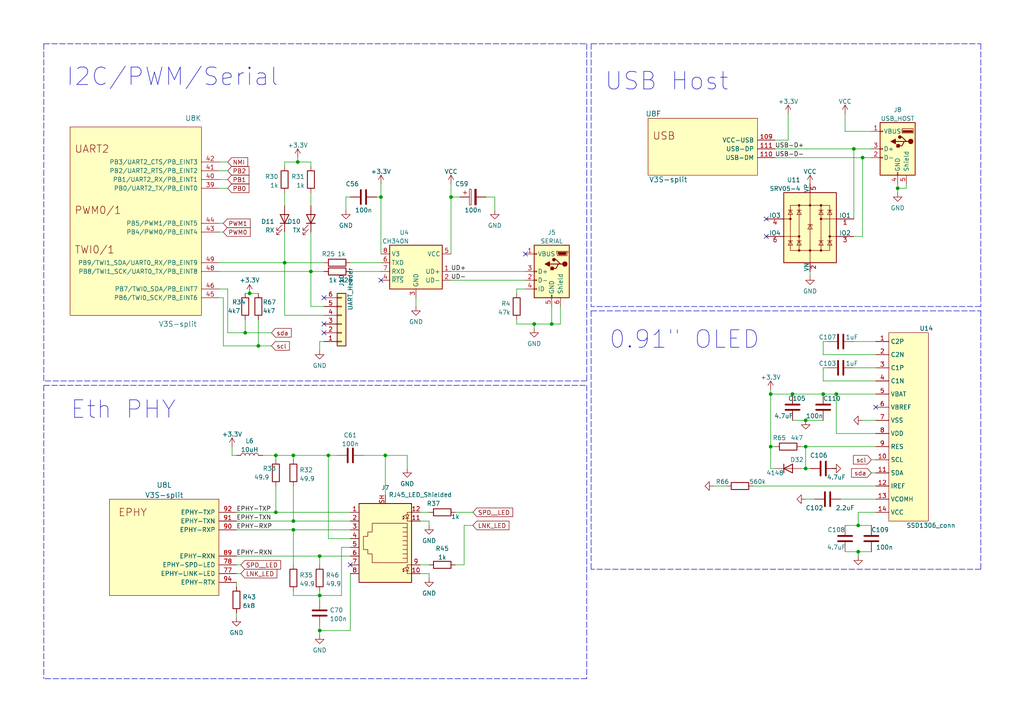
<source format=kicad_sch>
(kicad_sch (version 20211123) (generator eeschema)
  (paper "A4")
  (title_block (title "OzzyBoard") (date "2023-03-10") (rev "0.91"))
  (junction (at 71.12 96.52))
  (junction (at 248.92 152.4))
  (junction (at 86.36 46.99))
  (junction (at 82.55 76.2))
  (junction (at 92.71 161.29))
  (junction (at 72.39 85.09))
  (junction (at 85.09 151.13))
  (junction (at 80.01 132.08))
  (junction (at 85.09 153.67))
  (junction (at 238.76 114.3))
  (junction (at 233.68 129.54))
  (junction (at 92.71 172.72))
  (junction (at 111.76 132.08))
  (junction (at 130.81 57.15))
  (junction (at 260.35 54.61))
  (junction (at 233.68 121.92))
  (junction (at 229.87 114.3))
  (junction (at 154.94 93.98))
  (junction (at 80.01 148.59))
  (junction (at 95.25 132.08))
  (junction (at 248.92 160.02))
  (junction (at 223.52 114.3))
  (junction (at 233.68 135.89))
  (junction (at 250.19 45.72))
  (junction (at 223.52 129.54))
  (junction (at 160.02 93.98))
  (junction (at 90.17 78.74))
  (junction (at 92.71 182.88))
  (junction (at 247.65 43.18))
  (junction (at 85.09 132.08))
  (junction (at 110.49 57.15))
  (junction (at 74.93 100.33))
  (junction (at 242.57 114.3))
  (no_connect (at 152.4 73.66))
  (no_connect (at 254 118.11))
  (no_connect (at 110.49 81.28))
  (no_connect (at 101.6 163.83))
  (no_connect (at 93.98 96.52))
  (no_connect (at 93.98 86.36))
  (no_connect (at 222.25 63.5))
  (no_connect (at 222.25 68.58))
  (no_connect (at 93.98 93.98))
  (wire (pts (xy 66.04 46.99) (xy 63.5 46.99)))
  (wire (pts (xy 85.09 172.72) (xy 92.71 172.72)))
  (wire (pts (xy 228.6 40.64) (xy 228.6 33.02)))
  (wire (pts (xy 82.55 67.31) (xy 82.55 76.2)))
  (wire (pts (xy 233.68 121.92) (xy 238.76 121.92)))
  (wire (pts (xy 232.41 135.89) (xy 233.68 135.89)))
  (wire (pts (xy 143.51 57.15) (xy 140.97 57.15)))
  (wire (pts (xy 72.39 85.09) (xy 74.93 85.09)))
  (wire (pts (xy 95.25 156.21) (xy 95.25 132.08)))
  (wire (pts (xy 260.35 53.34) (xy 260.35 54.61)))
  (wire (pts (xy 101.6 166.37) (xy 101.6 182.88)))
  (wire (pts (xy 74.93 92.71) (xy 74.93 100.33)))
  (wire (pts (xy 247.65 99.06) (xy 254 99.06)))
  (wire (pts (xy 111.76 132.08) (xy 111.76 143.51)))
  (wire (pts (xy 233.68 129.54) (xy 233.68 135.89)))
  (wire (pts (xy 124.46 151.13) (xy 124.46 152.4)))
  (wire (pts (xy 130.81 53.34) (xy 130.81 57.15)))
  (wire (pts (xy 134.62 152.4) (xy 134.62 163.83)))
  (wire (pts (xy 82.55 48.26) (xy 82.55 46.99)))
  (polyline (pts (xy 171.45 90.17) (xy 284.48 90.17)))
  (polyline (pts (xy 12.7 12.7) (xy 12.7 110.49)))
  (wire (pts (xy 68.58 163.83) (xy 69.85 163.83)))
  (wire (pts (xy 64.77 100.33) (xy 74.93 100.33)))
  (wire (pts (xy 241.3 135.89) (xy 242.57 135.89)))
  (wire (pts (xy 90.17 88.9) (xy 90.17 78.74)))
  (wire (pts (xy 93.98 78.74) (xy 90.17 78.74)))
  (wire (pts (xy 245.11 152.4) (xy 248.92 152.4)))
  (wire (pts (xy 85.09 153.67) (xy 101.6 153.67)))
  (wire (pts (xy 120.65 86.36) (xy 120.65 88.9)))
  (wire (pts (xy 92.71 99.06) (xy 92.71 101.6)))
  (wire (pts (xy 233.68 135.89) (xy 234.95 135.89)))
  (wire (pts (xy 92.71 161.29) (xy 101.6 161.29)))
  (wire (pts (xy 68.58 168.91) (xy 68.58 170.18)))
  (wire (pts (xy 80.01 140.97) (xy 80.01 148.59)))
  (wire (pts (xy 66.04 96.52) (xy 71.12 96.52)))
  (wire (pts (xy 218.44 140.97) (xy 254 140.97)))
  (wire (pts (xy 85.09 132.08) (xy 95.25 132.08)))
  (wire (pts (xy 92.71 172.72) (xy 92.71 173.99)))
  (wire (pts (xy 92.71 161.29) (xy 92.71 163.83)))
  (wire (pts (xy 85.09 140.97) (xy 85.09 151.13)))
  (wire (pts (xy 224.79 40.64) (xy 228.6 40.64)))
  (wire (pts (xy 101.6 158.75) (xy 99.06 158.75)))
  (wire (pts (xy 68.58 166.37) (xy 69.85 166.37)))
  (wire (pts (xy 252.73 137.16) (xy 254 137.16)))
  (polyline (pts (xy 284.48 12.7) (xy 284.48 88.9)))
  (wire (pts (xy 90.17 55.88) (xy 90.17 59.69)))
  (wire (pts (xy 162.56 93.98) (xy 160.02 93.98)))
  (polyline (pts (xy 284.48 90.17) (xy 284.48 165.1)))
  (wire (pts (xy 110.49 76.2) (xy 101.6 76.2)))
  (wire (pts (xy 97.79 132.08) (xy 95.25 132.08)))
  (wire (pts (xy 234.95 78.74) (xy 234.95 80.01)))
  (wire (pts (xy 67.31 132.08) (xy 68.58 132.08)))
  (wire (pts (xy 238.76 110.49) (xy 254 110.49)))
  (wire (pts (xy 224.79 45.72) (xy 250.19 45.72)))
  (wire (pts (xy 110.49 53.34) (xy 110.49 57.15)))
  (wire (pts (xy 68.58 153.67) (xy 85.09 153.67)))
  (wire (pts (xy 248.92 160.02) (xy 248.92 161.29)))
  (wire (pts (xy 68.58 161.29) (xy 92.71 161.29)))
  (wire (pts (xy 134.62 152.4) (xy 137.16 152.4)))
  (wire (pts (xy 124.46 166.37) (xy 121.92 166.37)))
  (wire (pts (xy 242.57 125.73) (xy 242.57 114.3)))
  (wire (pts (xy 132.08 148.59) (xy 137.16 148.59)))
  (wire (pts (xy 245.11 160.02) (xy 248.92 160.02)))
  (polyline (pts (xy 170.18 12.7) (xy 170.18 110.49)))
  (wire (pts (xy 154.94 93.98) (xy 154.94 95.25)))
  (wire (pts (xy 154.94 93.98) (xy 149.86 93.98)))
  (wire (pts (xy 82.55 91.44) (xy 82.55 76.2)))
  (wire (pts (xy 63.5 64.77) (xy 64.77 64.77)))
  (wire (pts (xy 242.57 114.3) (xy 254 114.3)))
  (wire (pts (xy 63.5 86.36) (xy 64.77 86.36)))
  (wire (pts (xy 238.76 99.06) (xy 240.03 99.06)))
  (wire (pts (xy 67.31 129.54) (xy 67.31 132.08)))
  (wire (pts (xy 82.55 46.99) (xy 86.36 46.99)))
  (wire (pts (xy 254 102.87) (xy 238.76 102.87)))
  (wire (pts (xy 223.52 114.3) (xy 229.87 114.3)))
  (wire (pts (xy 160.02 93.98) (xy 154.94 93.98)))
  (wire (pts (xy 85.09 133.35) (xy 85.09 132.08)))
  (wire (pts (xy 152.4 81.28) (xy 130.81 81.28)))
  (wire (pts (xy 223.52 135.89) (xy 223.52 129.54)))
  (wire (pts (xy 250.19 121.92) (xy 254 121.92)))
  (wire (pts (xy 224.79 43.18) (xy 247.65 43.18)))
  (wire (pts (xy 90.17 67.31) (xy 90.17 78.74)))
  (wire (pts (xy 152.4 78.74) (xy 130.81 78.74)))
  (wire (pts (xy 223.52 113.03) (xy 223.52 114.3)))
  (wire (pts (xy 109.22 57.15) (xy 110.49 57.15)))
  (wire (pts (xy 111.76 132.08) (xy 118.11 132.08)))
  (wire (pts (xy 66.04 52.07) (xy 63.5 52.07)))
  (wire (pts (xy 63.5 83.82) (xy 66.04 83.82)))
  (wire (pts (xy 93.98 91.44) (xy 82.55 91.44)))
  (wire (pts (xy 74.93 100.33) (xy 78.74 100.33)))
  (wire (pts (xy 101.6 57.15) (xy 100.33 57.15)))
  (wire (pts (xy 247.65 43.18) (xy 247.65 63.5)))
  (wire (pts (xy 86.36 46.99) (xy 86.36 45.72)))
  (wire (pts (xy 71.12 96.52) (xy 78.74 96.52)))
  (wire (pts (xy 100.33 57.15) (xy 100.33 60.96)))
  (wire (pts (xy 64.77 67.31) (xy 63.5 67.31)))
  (polyline (pts (xy 170.18 196.85) (xy 12.7 196.85)))
  (polyline (pts (xy 171.45 12.7) (xy 171.45 88.9)))
  (wire (pts (xy 162.56 88.9) (xy 162.56 93.98)))
  (wire (pts (xy 252.73 38.1) (xy 245.11 38.1)))
  (polyline (pts (xy 12.7 111.76) (xy 170.18 111.76)))
  (wire (pts (xy 248.92 160.02) (xy 252.73 160.02)))
  (wire (pts (xy 134.62 163.83) (xy 132.08 163.83)))
  (wire (pts (xy 80.01 148.59) (xy 101.6 148.59)))
  (wire (pts (xy 92.71 172.72) (xy 99.06 172.72)))
  (wire (pts (xy 92.71 182.88) (xy 101.6 182.88)))
  (wire (pts (xy 85.09 151.13) (xy 101.6 151.13)))
  (polyline (pts (xy 284.48 165.1) (xy 171.45 165.1)))
  (wire (pts (xy 248.92 152.4) (xy 252.73 152.4)))
  (wire (pts (xy 229.87 121.92) (xy 233.68 121.92)))
  (wire (pts (xy 252.73 133.35) (xy 254 133.35)))
  (wire (pts (xy 121.92 163.83) (xy 124.46 163.83)))
  (wire (pts (xy 250.19 68.58) (xy 247.65 68.58)))
  (polyline (pts (xy 170.18 110.49) (xy 12.7 110.49)))
  (wire (pts (xy 247.65 106.68) (xy 254 106.68)))
  (wire (pts (xy 238.76 114.3) (xy 242.57 114.3)))
  (wire (pts (xy 101.6 156.21) (xy 95.25 156.21)))
  (wire (pts (xy 130.81 57.15) (xy 133.35 57.15)))
  (polyline (pts (xy 284.48 88.9) (xy 171.45 88.9)))
  (wire (pts (xy 66.04 49.53) (xy 63.5 49.53)))
  (wire (pts (xy 130.81 57.15) (xy 130.81 73.66)))
  (wire (pts (xy 207.01 140.97) (xy 210.82 140.97)))
  (wire (pts (xy 248.92 148.59) (xy 248.92 152.4)))
  (wire (pts (xy 64.77 100.33) (xy 64.77 86.36)))
  (wire (pts (xy 160.02 88.9) (xy 160.02 93.98)))
  (wire (pts (xy 80.01 132.08) (xy 80.01 133.35)))
  (wire (pts (xy 245.11 38.1) (xy 245.11 33.02)))
  (wire (pts (xy 92.71 171.45) (xy 92.71 172.72)))
  (wire (pts (xy 93.98 99.06) (xy 92.71 99.06)))
  (wire (pts (xy 85.09 171.45) (xy 85.09 172.72)))
  (wire (pts (xy 71.12 92.71) (xy 71.12 96.52)))
  (polyline (pts (xy 171.45 90.17) (xy 171.45 165.1)))
  (wire (pts (xy 250.19 45.72) (xy 250.19 68.58)))
  (polyline (pts (xy 12.7 111.76) (xy 12.7 196.85)))
  (wire (pts (xy 224.79 129.54) (xy 223.52 129.54)))
  (wire (pts (xy 76.2 132.08) (xy 80.01 132.08)))
  (wire (pts (xy 149.86 92.71) (xy 149.86 93.98)))
  (wire (pts (xy 232.41 129.54) (xy 233.68 129.54)))
  (wire (pts (xy 262.89 53.34) (xy 262.89 54.61)))
  (wire (pts (xy 92.71 181.61) (xy 92.71 182.88)))
  (wire (pts (xy 254 148.59) (xy 248.92 148.59)))
  (wire (pts (xy 149.86 83.82) (xy 149.86 85.09)))
  (wire (pts (xy 90.17 48.26) (xy 90.17 46.99)))
  (wire (pts (xy 99.06 158.75) (xy 99.06 172.72)))
  (wire (pts (xy 233.68 144.78) (xy 236.22 144.78)))
  (wire (pts (xy 92.71 182.88) (xy 92.71 184.15)))
  (wire (pts (xy 90.17 46.99) (xy 86.36 46.99)))
  (wire (pts (xy 143.51 60.96) (xy 143.51 57.15)))
  (wire (pts (xy 105.41 132.08) (xy 111.76 132.08)))
  (wire (pts (xy 121.92 151.13) (xy 124.46 151.13)))
  (wire (pts (xy 152.4 83.82) (xy 149.86 83.82)))
  (wire (pts (xy 68.58 148.59) (xy 80.01 148.59)))
  (wire (pts (xy 262.89 54.61) (xy 260.35 54.61)))
  (wire (pts (xy 124.46 167.64) (xy 124.46 166.37)))
  (wire (pts (xy 110.49 78.74) (xy 101.6 78.74)))
  (polyline (pts (xy 171.45 12.7) (xy 284.48 12.7)))
  (wire (pts (xy 224.79 135.89) (xy 223.52 135.89)))
  (wire (pts (xy 223.52 114.3) (xy 223.52 129.54)))
  (wire (pts (xy 254 125.73) (xy 242.57 125.73)))
  (wire (pts (xy 233.68 129.54) (xy 254 129.54)))
  (wire (pts (xy 260.35 54.61) (xy 260.35 55.88)))
  (wire (pts (xy 85.09 153.67) (xy 85.09 163.83)))
  (wire (pts (xy 85.09 132.08) (xy 80.01 132.08)))
  (polyline (pts (xy 170.18 111.76) (xy 170.18 196.85)))
  (wire (pts (xy 252.73 45.72) (xy 250.19 45.72)))
  (wire (pts (xy 238.76 99.06) (xy 238.76 102.87)))
  (wire (pts (xy 66.04 54.61) (xy 63.5 54.61)))
  (wire (pts (xy 82.55 76.2) (xy 93.98 76.2)))
  (wire (pts (xy 90.17 78.74) (xy 63.5 78.74)))
  (wire (pts (xy 252.73 43.18) (xy 247.65 43.18)))
  (wire (pts (xy 68.58 177.8) (xy 68.58 179.07)))
  (wire (pts (xy 82.55 55.88) (xy 82.55 59.69)))
  (wire (pts (xy 66.04 83.82) (xy 66.04 96.52)))
  (wire (pts (xy 240.03 106.68) (xy 238.76 106.68)))
  (wire (pts (xy 121.92 148.59) (xy 124.46 148.59)))
  (wire (pts (xy 229.87 114.3) (xy 238.76 114.3)))
  (wire (pts (xy 118.11 132.08) (xy 118.11 135.89)))
  (wire (pts (xy 72.39 85.09) (xy 71.12 85.09)))
  (wire (pts (xy 110.49 73.66) (xy 110.49 57.15)))
  (wire (pts (xy 82.55 76.2) (xy 63.5 76.2)))
  (wire (pts (xy 243.84 144.78) (xy 254 144.78)))
  (polyline (pts (xy 12.7 12.7) (xy 170.18 12.7)))
  (wire (pts (xy 93.98 88.9) (xy 90.17 88.9)))
  (wire (pts (xy 68.58 151.13) (xy 85.09 151.13)))
  (wire (pts (xy 238.76 106.68) (xy 238.76 110.49)))
  (text "Eth PHY" (at 20.32 121.92 0) (effects (font (size 5.08 5.08)) (justify left bottom)))
  (text "I2C/PWM/Serial" (at 19.05 25.4 0) (effects (font (size 5.08 5.08)) (justify left bottom)))
  (text "0.91\" OLED" (at 176.53 101.6 0) (effects (font (size 5.08 5.08)) (justify left bottom)))
  (text "USB Host" (at 175.26 26.67 0) (effects (font (size 5.08 5.08)) (justify left bottom)))
  (label "EPHY-TXN" (at 68.58 151.13 0))
  (label "EPHY-RXP" (at 68.58 153.67 0))
  (label "EPHY-TXP" (at 68.58 148.59 0))
  (label "UD-" (at 130.81 81.28 0))
  (label "UD+" (at 130.81 78.74 0))
  (label "USB-D+" (at 224.79 43.18 0))
  (label "EPHY-RXN" (at 68.58 161.29 0))
  (label "USB-D-" (at 224.79 45.72 0))
  (global_label "PB2" (shape input) (at 66.04 49.53 0) (property "Intersheet References" "${INTERSHEET_REFS}" (effects hide)))
  (global_label "scl" (shape input) (at 252.73 133.35 180) (property "Intersheet References" "${INTERSHEET_REFS}" (effects hide)))
  (global_label "sda" (shape input) (at 78.74 96.52 0) (property "Intersheet References" "${INTERSHEET_REFS}" (effects hide)))
  (global_label "LNK_LED" (shape input) (at 69.85 166.37 0) (property "Intersheet References" "${INTERSHEET_REFS}" (effects hide)))
  (global_label "SPD__LED" (shape input) (at 69.85 163.83 0) (property "Intersheet References" "${INTERSHEET_REFS}" (effects hide)))
  (global_label "SPD__LED" (shape input) (at 137.16 148.59 0) (property "Intersheet References" "${INTERSHEET_REFS}" (effects hide)))
  (global_label "NMI" (shape input) (at 66.04 46.99 0) (property "Intersheet References" "${INTERSHEET_REFS}" (effects hide)))
  (global_label "LNK_LED" (shape input) (at 137.16 152.4 0) (property "Intersheet References" "${INTERSHEET_REFS}" (effects hide)))
  (global_label "PWM0" (shape input) (at 64.77 67.31 0) (property "Intersheet References" "${INTERSHEET_REFS}" (effects hide)))
  (global_label "scl" (shape input) (at 78.74 100.33 0) (property "Intersheet References" "${INTERSHEET_REFS}" (effects hide)))
  (global_label "PWM1" (shape input) (at 64.77 64.77 0) (property "Intersheet References" "${INTERSHEET_REFS}" (effects hide)))
  (global_label "sda" (shape input) (at 252.73 137.16 180) (property "Intersheet References" "${INTERSHEET_REFS}" (effects hide)))
  (global_label "PB1" (shape input) (at 66.04 52.07 0) (property "Intersheet References" "${INTERSHEET_REFS}" (effects hide)))
  (global_label "PB0" (shape input) (at 66.04 54.61 0) (property "Intersheet References" "${INTERSHEET_REFS}" (effects hide)))
  (symbol (lib_id "Device:C") (at 238.76 135.89 270) (unit 1)
    (property "Reference" "C106" (at 237.49 132.08 90))
    (property "Value" "4.7uF" (at 242.57 138.43 90))
    (property "Footprint" "Capacitor_SMD:C_0402_1005Metric" (effects hide))
    (property "LCSC" "C23733" (effects hide))
  )
  (symbol (lib_id "Device:C") (at 240.03 144.78 90) (unit 1)
    (property "Reference" "C102" (at 236.22 147.32 90))
    (property "Value" "2.2uF" (at 245.11 147.32 90))
    (property "Footprint" "Capacitor_SMD:C_0603_1608Metric" (effects hide))
    (property "LCSC" "C23630" (effects hide))
  )
  (symbol (lib_id "Device:C") (at 92.71 177.8 0) (unit 1)
    (property "Reference" "C70" (at 95.631 176.9653 0) (effects (justify left)))
    (property "Value" "100n" (at 95.631 179.5022 0) (effects (justify left)))
    (property "Footprint" "Capacitor_SMD:C_0402_1005Metric" (effects hide))
    (property "LCSC" "C1525" (effects hide))
  )
  (symbol (lib_id "power:+3.3V") (at 110.49 53.34 0) (mirror y) (unit 1)
    (property "Reference" "#PWR07" (effects hide))
    (property "Value" "+3.3V" (at 110.49 49.7642 0))
  )
  (symbol (lib_id "Device:R") (at 97.79 76.2 90) (mirror x) (unit 1)
    (property "Reference" "R25" (at 95.25 73.66 90))
    (property "Value" "1k" (at 99.06 73.66 90))
    (property "Footprint" "Resistor_SMD:R_0402_1005Metric" (effects hide))
    (property "LCSC" "C11702" (effects hide))
  )
  (symbol (lib_id "power:GND") (at 207.01 140.97 270) (mirror x) (unit 1)
    (property "Reference" "#PWR0156" (effects hide))
    (property "Value" "GND" (effects hide))
  )
  (symbol (lib_id "Connector:RJ45_LED_Shielded") (at 111.76 156.21 180) (unit 1)
    (property "Reference" "J7" (at 111.76 141.4796 0))
    (property "Value" "RJ45_LED_Shielded" (at 121.92 143.51 0))
    (property "Footprint" "Connector_RJ:RJ45_Hanrun_HR911105A" (effects hide))
    (property "LCSC" "C12074" (effects hide))
  )
  (symbol (lib_id "power:+3.3V") (at 72.39 85.09 0) (unit 1)
    (property "Reference" "#PWR0172" (effects hide))
    (property "Value" "+3.3V" (at 72.39 81.28 0))
  )
  (symbol (lib_id "Device:R") (at 214.63 140.97 90) (unit 1)
    (property "Reference" "R66" (at 209.55 139.7 90))
    (property "Value" "560k" (at 219.71 139.7 90))
    (property "Footprint" "Resistor_SMD:R_0603_1608Metric" (effects hide))
    (property "LCSC" "C23203" (effects hide))
  )
  (symbol (lib_id "power:GND") (at 154.94 95.25 0) (mirror y) (unit 1)
    (property "Reference" "#PWR08" (effects hide))
    (property "Value" "GND" (at 154.94 99.6934 0))
  )
  (symbol (lib_id "SSD1306:SSD1306_conn") (at 262.89 121.92 0) (unit 1) (in_bom no)
    (property "Reference" "U14" (at 266.7 95.25 0) (effects (justify left)))
    (property "Value" "SSD1306_conn" (at 262.89 152.4 0) (effects (justify left)))
    (property "Footprint" "ssd1306:ssd1306_14" (effects hide))
  )
  (symbol (lib_id "Device:C") (at 101.6 132.08 90) (unit 1)
    (property "Reference" "C61" (at 101.6 126.2212 90))
    (property "Value" "100n" (at 101.6 128.7581 90))
    (property "Footprint" "Capacitor_SMD:C_0402_1005Metric" (effects hide))
    (property "LCSC" "C1525" (effects hide))
  )
  (symbol (lib_id "power:GND") (at 233.68 144.78 270) (mirror x) (unit 1)
    (property "Reference" "#PWR0157" (effects hide))
    (property "Value" "GND" (effects hide))
  )
  (symbol (lib_id "Device:C") (at 229.87 118.11 0) (unit 1)
    (property "Reference" "C105" (at 231.14 115.57 0))
    (property "Value" "4.7uF" (at 227.33 120.65 0))
    (property "Footprint" "Capacitor_SMD:C_0402_1005Metric" (effects hide))
    (property "LCSC" "C23733" (effects hide))
  )
  (symbol (lib_id "power:GND") (at 248.92 161.29 0) (mirror y) (unit 1)
    (property "Reference" "#PWR0160" (effects hide))
    (property "Value" "GND" (effects hide))
  )
  (symbol (lib_id "power:+3.3V") (at 86.36 45.72 0) (mirror y) (unit 1)
    (property "Reference" "#PWR04" (effects hide))
    (property "Value" "+3.3V" (at 86.36 42.1442 0))
  )
  (symbol (lib_id "power:VCC") (at 234.95 53.34 0) (mirror y) (unit 1)
    (property "Reference" "#PWR09" (effects hide))
    (property "Value" "VCC" (at 234.95 49.7642 0))
  )
  (symbol (lib_id "power:GND") (at 124.46 152.4 0) (unit 1)
    (property "Reference" "#PWR0124" (effects hide))
    (property "Value" "GND" (at 124.46 156.8434 0))
  )
  (symbol (lib_id "Device:C") (at 105.41 57.15 90) (mirror x) (unit 1)
    (property "Reference" "C56" (at 104.14 53.34 90) (effects (justify left)))
    (property "Value" "100n" (at 107.95 60.96 90) (effects (justify left)))
    (property "Footprint" "Capacitor_SMD:C_0402_1005Metric" (effects hide))
    (property "LCSC" "C1525" (effects hide))
  )
  (symbol (lib_id "Device:R") (at 85.09 137.16 0) (unit 1)
    (property "Reference" "R32" (at 86.868 136.3253 0) (effects (justify left)))
    (property "Value" "49.9" (at 86.868 138.8622 0) (effects (justify left)))
    (property "Footprint" "Resistor_SMD:R_0603_1608Metric" (effects hide))
    (property "LCSC" "C23185" (effects hide))
  )
  (symbol (lib_id "power:GND") (at 260.35 55.88 0) (mirror y) (unit 1)
    (property "Reference" "#PWR012" (effects hide))
    (property "Value" "GND" (at 260.35 60.3234 0))
  )
  (symbol (lib_id "Device:R") (at 71.12 88.9 0) (unit 1)
    (property "Reference" "R34" (at 67.31 87.63 0) (effects (justify left)))
    (property "Value" "4k7" (at 66.04 90.17 0) (effects (justify left)))
    (property "Footprint" "Resistor_SMD:R_0402_1005Metric" (effects hide))
    (property "LCSC" "C25900" (effects hide))
  )
  (symbol (lib_id "Connector_Generic:Conn_01x06") (at 99.06 93.98 0) (mirror x) (unit 1)
    (property "Reference" "J10" (at 99.06 81.3902 90))
    (property "Value" "UART_Header" (at 101.6 83.82 90))
    (property "Footprint" "Connector_PinHeader_2.54mm:PinHeader_1x06_P2.54mm_Vertical" (effects hide))
  )
  (symbol (lib_id "power:GND") (at 143.51 60.96 0) (mirror y) (unit 1)
    (property "Reference" "#PWR0163" (effects hide))
    (property "Value" "GND" (at 143.51 65.4034 0))
  )
  (symbol (lib_id "Device:L") (at 72.39 132.08 90) (unit 1)
    (property "Reference" "L6" (at 72.39 127.8722 90))
    (property "Value" "10uH" (at 72.39 130.4091 90))
    (property "Footprint" "Inductor_SMD:L_1206_3216Metric" (effects hide))
    (property "LCSC" "C1051" (effects hide))
  )
  (symbol (lib_id "Device:R") (at 85.09 167.64 0) (unit 1)
    (property "Reference" "R35" (at 86.868 166.8053 0) (effects (justify left)))
    (property "Value" "49.9" (at 86.868 169.3422 0) (effects (justify left)))
    (property "Footprint" "Resistor_SMD:R_0603_1608Metric" (effects hide))
    (property "LCSC" "C23185" (effects hide))
  )
  (symbol (lib_id "power:GND") (at 234.95 80.01 0) (mirror y) (unit 1)
    (property "Reference" "#PWR010" (effects hide))
    (property "Value" "GND" (at 234.95 84.4534 0))
  )
  (symbol (lib_id "Power_Protection:SRV05-4") (at 234.95 66.04 0) (mirror y) (unit 1)
    (property "Reference" "U11" (at 232.1813 52.1802 0) (effects (justify left)))
    (property "Value" "SRV05-4" (at 232.1813 54.7171 0) (effects (justify left)))
    (property "Footprint" "Package_TO_SOT_SMD:SOT-23-6" (effects hide))
    (property "Datasheet" "http://www.onsemi.com/pub/Collateral/SRV05-4-D.PDF" (effects hide))
    (property "LCSC" "C85364" (effects hide))
  )
  (symbol (lib_id "Interface_USB:CH330N") (at 120.65 76.2 0) (mirror y) (unit 1)
    (property "Reference" "U4" (at 118.6306 67.4202 0) (effects (justify left)))
    (property "Value" "CH340N" (at 118.6306 69.9571 0) (effects (justify left)))
    (property "Footprint" "Package_SO:SOIC-8_3.9x4.9mm_P1.27mm" (effects hide))
    (property "Datasheet" "http://www.wch.cn/downloads/file/240.html" (effects hide))
    (property "LCSC" "C2977777" (effects hide))
  )
  (symbol (lib_id "power:GND") (at 241.3 135.89 90) (mirror x) (unit 1)
    (property "Reference" "#PWR0159" (effects hide))
    (property "Value" "GND" (effects hide))
  )
  (symbol (lib_id "Device:R") (at 74.93 88.9 0) (unit 1)
    (property "Reference" "R67" (at 76.2 87.63 0) (effects (justify left)))
    (property "Value" "4k7" (at 76.2 90.17 0) (effects (justify left)))
    (property "Footprint" "Resistor_SMD:R_0402_1005Metric" (effects hide))
    (property "LCSC" "C25900" (effects hide))
  )
  (symbol (lib_id "Device:R") (at 128.27 148.59 90) (unit 1)
    (property "Reference" "R37" (at 125.73 146.05 90))
    (property "Value" "1k" (at 132.08 149.86 90))
    (property "Footprint" "Resistor_SMD:R_0603_1608Metric" (effects hide))
    (property "LCSC" "C21190" (effects hide))
  )
  (symbol (lib_id "Connector:USB_B_Micro") (at 160.02 78.74 0) (mirror y) (unit 1)
    (property "Reference" "J5" (at 160.02 67.4202 0))
    (property "Value" "SERIAL" (at 160.02 69.9571 0))
    (property "Footprint" "Connector_USB:USB_Micro-B_Molex-105017-0001" (effects hide))
    (property "LCSC" "C132350" (effects hide))
  )
  (symbol (lib_id "Diode:1N4148WS") (at 228.6 135.89 0) (unit 1)
    (property "Reference" "D32" (at 231.14 133.35 0))
    (property "Value" "4148" (at 224.79 137.16 0))
    (property "Footprint" "Diode_SMD:D_SOD-323" (effects hide))
    (property "Datasheet" "https://www.vishay.com/docs/85751/1n4148ws.pdf" (effects hide))
    (property "LCSC" "C2128" (effects hide))
  )
  (symbol (lib_id "Device:R") (at 228.6 129.54 90) (unit 1)
    (property "Reference" "R65" (at 226.06 127 90))
    (property "Value" "4k7" (at 231.14 127 90))
    (property "Footprint" "Resistor_SMD:R_0402_1005Metric" (effects hide))
    (property "LCSC" "C25900" (effects hide))
  )
  (symbol (lib_id "power:VCC") (at 130.81 53.34 0) (mirror y) (unit 1)
    (property "Reference" "#PWR0162" (effects hide))
    (property "Value" "VCC" (at 130.81 49.7642 0))
  )
  (symbol (lib_id "Allwinner:V3S-split") (at 49.53 209.55 0) (unit 12)
    (property "Reference" "U8" (at 47.625 140.671 0) (effects (font (size 1.4986 1.4986))))
    (property "Value" "V3S-split" (at 47.625 143.6187 0) (effects (font (size 1.4986 1.4986))))
    (property "Footprint" "Allwinner:V3s-ELQFP-128" (effects hide))
    (property "LCSC" "C2687449" (effects hide))
  )
  (symbol (lib_id "Device:C") (at 252.73 156.21 180) (unit 1)
    (property "Reference" "C109" (at 255.27 153.67 0))
    (property "Value" "100n" (at 256.54 158.75 0))
    (property "Footprint" "Capacitor_SMD:C_0402_1005Metric" (effects hide))
    (property "LCSC" "C1525" (effects hide))
  )
  (symbol (lib_id "Device:R") (at 149.86 88.9 0) (mirror y) (unit 1)
    (property "Reference" "R4" (at 148.082 88.0653 0) (effects (justify left)))
    (property "Value" "47k" (at 148.082 90.6022 0) (effects (justify left)))
    (property "Footprint" "Resistor_SMD:R_0402_1005Metric" (effects hide))
    (property "LCSC" "C25792" (effects hide))
  )
  (symbol (lib_id "Device:R") (at 80.01 137.16 0) (unit 1)
    (property "Reference" "R33" (at 76.2 135.89 0) (effects (justify left)))
    (property "Value" "49.9" (at 73.66 138.43 0) (effects (justify left)))
    (property "Footprint" "Resistor_SMD:R_0603_1608Metric" (effects hide))
    (property "LCSC" "C23185" (effects hide))
  )
  (symbol (lib_id "power:GND") (at 92.71 184.15 0) (unit 1)
    (property "Reference" "#PWR0123" (effects hide))
    (property "Value" "GND" (at 92.71 188.5934 0))
  )
  (symbol (lib_name "V3S-split_1") (lib_id "Allwinner:V3S-split") (at 205.74 99.06 0) (unit 6)
    (property "Reference" "U8" (at 191.77 33.02 0) (effects (font (size 1.4986 1.4986)) (justify right)))
    (property "Value" "V3S-split" (at 199.39 52.07 0) (effects (font (size 1.4986 1.4986)) (justify right)))
    (property "Footprint" "Allwinner:V3s-ELQFP-128" (effects hide))
    (property "LCSC" "C2687449" (effects hide))
  )
  (symbol (lib_id "power:GND") (at 118.11 135.89 0) (unit 1)
    (property "Reference" "#PWR0125" (effects hide))
    (property "Value" "GND" (at 118.11 140.3334 0))
  )
  (symbol (lib_id "Device:R") (at 92.71 167.64 0) (unit 1)
    (property "Reference" "R46" (at 94.488 166.8053 0) (effects (justify left)))
    (property "Value" "49.9" (at 94.488 169.3422 0) (effects (justify left)))
    (property "Footprint" "Resistor_SMD:R_0603_1608Metric" (effects hide))
    (property "LCSC" "C23185" (effects hide))
  )
  (symbol (lib_id "power:GND") (at 250.19 121.92 270) (mirror x) (unit 1)
    (property "Reference" "#PWR0161" (effects hide))
    (property "Value" "GND" (effects hide))
  )
  (symbol (lib_id "power:GND") (at 120.65 88.9 0) (mirror y) (unit 1)
    (property "Reference" "#PWR06" (effects hide))
    (property "Value" "GND" (at 120.65 93.3434 0))
  )
  (symbol (lib_id "Device:R") (at 97.79 78.74 270) (mirror x) (unit 1)
    (property "Reference" "R26" (at 100.3697 81.28 90))
    (property "Value" "1k" (at 96.5597 81.28 90))
    (property "Footprint" "Resistor_SMD:R_0402_1005Metric" (effects hide))
    (property "LCSC" "C11702" (effects hide))
  )
  (symbol (lib_id "power:GND") (at 124.46 167.64 0) (unit 1)
    (property "Reference" "#PWR0126" (effects hide))
    (property "Value" "GND" (at 124.46 172.0834 0))
  )
  (symbol (lib_id "Device:C") (at 243.84 106.68 90) (unit 1)
    (property "Reference" "C103" (at 242.57 105.41 90) (effects (justify left)))
    (property "Value" "1uF" (at 248.92 105.41 90) (effects (justify left)))
    (property "Footprint" "Capacitor_SMD:C_0402_1005Metric" (effects hide))
    (property "LCSC" "C52923" (effects hide))
  )
  (symbol (lib_id "Device:C") (at 243.84 99.06 90) (unit 1)
    (property "Reference" "C107" (at 242.57 97.79 90) (effects (justify left)))
    (property "Value" "1uF" (at 248.92 97.79 90) (effects (justify left)))
    (property "Footprint" "Capacitor_SMD:C_0402_1005Metric" (effects hide))
    (property "LCSC" "C52923" (effects hide))
  )
  (symbol (lib_id "Connector:USB_A") (at 260.35 43.18 0) (mirror y) (unit 1)
    (property "Reference" "J8" (at 260.35 31.8602 0))
    (property "Value" "USB_HOST" (at 260.35 34.3971 0))
    (property "Footprint" "Connector_USB:USB_A_Wuerth_614004134726_Horizontal" (effects hide))
    (property "Datasheet" " ~" (effects hide))
    (property "LCSC" "C720524" (effects hide))
  )
  (symbol (lib_name "V3S-split_2") (lib_id "Allwinner:V3S-split") (at 43.18 101.6 0) (unit 11)
    (property "Reference" "U8" (at 58.42 34.29 0) (effects (font (size 1.4986 1.4986)) (justify right)))
    (property "Value" "V3S-split" (at 57.15 93.98 0) (effects (font (size 1.4986 1.4986)) (justify right)))
    (property "Footprint" "Allwinner:V3s-ELQFP-128" (effects hide))
    (property "LCSC" "C2687449" (effects hide))
  )
  (symbol (lib_id "Device:C") (at 245.11 156.21 0) (unit 1)
    (property "Reference" "C108" (at 242.57 153.67 0))
    (property "Value" "4.7uF" (at 242.57 158.75 0))
    (property "Footprint" "Capacitor_SMD:C_0402_1005Metric" (effects hide))
    (property "LCSC" "C23733" (effects hide))
  )
  (symbol (lib_id "power:+3.3V") (at 223.52 113.03 0) (unit 1)
    (property "Reference" "#PWR0118" (effects hide))
    (property "Value" "+3.3V" (at 223.52 109.4542 0))
  )
  (symbol (lib_id "Device:R") (at 90.17 52.07 0) (mirror y) (unit 1)
    (property "Reference" "R31" (at 88.392 51.2353 0) (effects (justify left)))
    (property "Value" "1k" (at 88.392 53.7722 0) (effects (justify left)))
    (property "Footprint" "Resistor_SMD:R_0402_1005Metric" (effects hide))
    (property "LCSC" "C11702" (effects hide))
  )
  (symbol (lib_id "Device:C_Polarized") (at 137.16 57.15 90) (mirror x) (unit 1)
    (property "Reference" "C59" (at 135.89 53.34 90) (effects (justify left)))
    (property "Value" "100n" (at 139.7 60.96 90) (effects (justify left)))
    (property "Footprint" "Capacitor_SMD:C_0402_1005Metric" (effects hide))
    (property "LCSC" "C1525" (effects hide))
  )
  (symbol (lib_id "Device:LED") (at 82.55 63.5 270) (mirror x) (unit 1)
    (property "Reference" "D11" (at 79.629 64.2528 90) (effects (justify right)))
    (property "Value" "RX" (at 79.629 66.7897 90) (effects (justify right)))
    (property "Footprint" "LED_SMD:LED_0603_1608Metric" (effects hide))
    (property "LCSC" "C2286" (effects hide))
  )
  (symbol (lib_id "power:GND") (at 92.71 101.6 0) (mirror y) (unit 1)
    (property "Reference" "#PWR03" (effects hide))
    (property "Value" "GND" (at 92.71 106.0434 0))
  )
  (symbol (lib_id "Device:LED") (at 90.17 63.5 270) (mirror x) (unit 1)
    (property "Reference" "D10" (at 87.249 64.2528 90) (effects (justify right)))
    (property "Value" "TX" (at 87.249 66.7897 90) (effects (justify right)))
    (property "Footprint" "LED_SMD:LED_0603_1608Metric" (effects hide))
    (property "LCSC" "C2286" (effects hide))
  )
  (symbol (lib_id "power:+3.3V") (at 67.31 129.54 0) (unit 1)
    (property "Reference" "#PWR0121" (effects hide))
    (property "Value" "+3.3V" (at 67.31 125.9642 0))
  )
  (symbol (lib_id "power:+3.3V") (at 228.6 33.02 0) (unit 1)
    (property "Reference" "#PWR0153" (effects hide))
    (property "Value" "+3.3V" (at 228.6 29.4442 0))
  )
  (symbol (lib_id "Device:R") (at 82.55 52.07 0) (mirror y) (unit 1)
    (property "Reference" "R30" (at 80.772 51.2353 0) (effects (justify left)))
    (property "Value" "1k" (at 80.772 53.7722 0) (effects (justify left)))
    (property "Footprint" "Resistor_SMD:R_0402_1005Metric" (effects hide))
    (property "LCSC" "C11702" (effects hide))
  )
  (symbol (lib_id "Device:R") (at 68.58 173.99 0) (unit 1)
    (property "Reference" "R43" (at 70.358 173.1553 0) (effects (justify left)))
    (property "Value" "6k8" (at 70.358 175.6922 0) (effects (justify left)))
    (property "Footprint" "Resistor_SMD:R_0402_1005Metric" (effects hide))
    (property "LCSC" "C25917" (effects hide))
  )
  (symbol (lib_id "power:GND") (at 100.33 60.96 0) (mirror y) (unit 1)
    (property "Reference" "#PWR05" (effects hide))
    (property "Value" "GND" (at 100.33 65.4034 0))
  )
  (symbol (lib_id "Device:R") (at 128.27 163.83 90) (unit 1)
    (property "Reference" "R45" (at 128.27 159.1142 90))
    (property "Value" "1k" (at 128.27 161.6511 90))
    (property "Footprint" "Resistor_SMD:R_0603_1608Metric" (effects hide))
    (property "LCSC" "C21190" (effects hide))
  )
  (symbol (lib_id "power:GND") (at 68.58 179.07 0) (unit 1)
    (property "Reference" "#PWR0122" (effects hide))
    (property "Value" "GND" (at 68.58 183.5134 0))
  )
  (symbol (lib_id "power:VCC") (at 245.11 33.02 0) (mirror y) (unit 1)
    (property "Reference" "#PWR011" (effects hide))
    (property "Value" "VCC" (at 245.11 29.4442 0))
  )
  (symbol (lib_id "Device:C") (at 238.76 118.11 180) (unit 1)
    (property "Reference" "C110" (at 241.3 115.57 0))
    (property "Value" "100n" (at 236.22 120.65 0))
    (property "Footprint" "Capacitor_SMD:C_0402_1005Metric" (effects hide))
    (property "LCSC" "C1525" (effects hide))
  )
  (symbol (lib_id "power:GND") (at 233.68 121.92 0) (mirror y) (unit 1)
    (property "Reference" "#PWR0158" (effects hide))
    (property "Value" "GND" (effects hide))
  )
)
</source>
